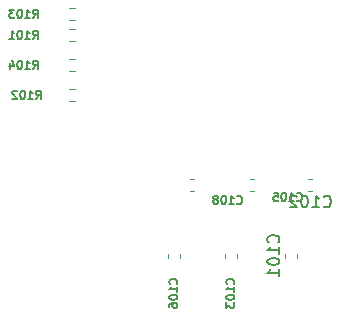
<source format=gbr>
%TF.GenerationSoftware,KiCad,Pcbnew,(5.1.7)-1*%
%TF.CreationDate,2021-06-08T21:15:34+03:00*%
%TF.ProjectId,RaspiAdapter,52617370-6941-4646-9170-7465722e6b69,rev?*%
%TF.SameCoordinates,Original*%
%TF.FileFunction,Legend,Bot*%
%TF.FilePolarity,Positive*%
%FSLAX46Y46*%
G04 Gerber Fmt 4.6, Leading zero omitted, Abs format (unit mm)*
G04 Created by KiCad (PCBNEW (5.1.7)-1) date 2021-06-08 21:15:34*
%MOMM*%
%LPD*%
G01*
G04 APERTURE LIST*
%ADD10C,0.120000*%
%ADD11C,0.150000*%
G04 APERTURE END LIST*
D10*
%TO.C,C102*%
X171673733Y-106428000D02*
X172016267Y-106428000D01*
X171673733Y-105408000D02*
X172016267Y-105408000D01*
%TO.C,C101*%
X169670000Y-111701733D02*
X169670000Y-112044267D01*
X170690000Y-111701733D02*
X170690000Y-112044267D01*
%TO.C,R104*%
X151383276Y-95235500D02*
X151892724Y-95235500D01*
X151383276Y-96280500D02*
X151892724Y-96280500D01*
%TO.C,R103*%
X151383276Y-90917500D02*
X151892724Y-90917500D01*
X151383276Y-91962500D02*
X151892724Y-91962500D01*
%TO.C,R102*%
X151892724Y-98820500D02*
X151383276Y-98820500D01*
X151892724Y-97775500D02*
X151383276Y-97775500D01*
%TO.C,R101*%
X151383276Y-92695500D02*
X151892724Y-92695500D01*
X151383276Y-93740500D02*
X151892724Y-93740500D01*
%TO.C,C108*%
X161626733Y-105408000D02*
X161969267Y-105408000D01*
X161626733Y-106428000D02*
X161969267Y-106428000D01*
%TO.C,C106*%
X160784000Y-111701733D02*
X160784000Y-112044267D01*
X159764000Y-111701733D02*
X159764000Y-112044267D01*
%TO.C,C105*%
X166706733Y-105408000D02*
X167049267Y-105408000D01*
X166706733Y-106428000D02*
X167049267Y-106428000D01*
%TO.C,C103*%
X165610000Y-111701733D02*
X165610000Y-112044267D01*
X164590000Y-111701733D02*
X164590000Y-112044267D01*
%TO.C,C102*%
D11*
X172964047Y-107705142D02*
X173011666Y-107752761D01*
X173154523Y-107800380D01*
X173249761Y-107800380D01*
X173392619Y-107752761D01*
X173487857Y-107657523D01*
X173535476Y-107562285D01*
X173583095Y-107371809D01*
X173583095Y-107228952D01*
X173535476Y-107038476D01*
X173487857Y-106943238D01*
X173392619Y-106848000D01*
X173249761Y-106800380D01*
X173154523Y-106800380D01*
X173011666Y-106848000D01*
X172964047Y-106895619D01*
X172011666Y-107800380D02*
X172583095Y-107800380D01*
X172297380Y-107800380D02*
X172297380Y-106800380D01*
X172392619Y-106943238D01*
X172487857Y-107038476D01*
X172583095Y-107086095D01*
X171392619Y-106800380D02*
X171297380Y-106800380D01*
X171202142Y-106848000D01*
X171154523Y-106895619D01*
X171106904Y-106990857D01*
X171059285Y-107181333D01*
X171059285Y-107419428D01*
X171106904Y-107609904D01*
X171154523Y-107705142D01*
X171202142Y-107752761D01*
X171297380Y-107800380D01*
X171392619Y-107800380D01*
X171487857Y-107752761D01*
X171535476Y-107705142D01*
X171583095Y-107609904D01*
X171630714Y-107419428D01*
X171630714Y-107181333D01*
X171583095Y-106990857D01*
X171535476Y-106895619D01*
X171487857Y-106848000D01*
X171392619Y-106800380D01*
X170678333Y-106895619D02*
X170630714Y-106848000D01*
X170535476Y-106800380D01*
X170297380Y-106800380D01*
X170202142Y-106848000D01*
X170154523Y-106895619D01*
X170106904Y-106990857D01*
X170106904Y-107086095D01*
X170154523Y-107228952D01*
X170725952Y-107800380D01*
X170106904Y-107800380D01*
%TO.C,C101*%
X169107142Y-110753952D02*
X169154761Y-110706333D01*
X169202380Y-110563476D01*
X169202380Y-110468238D01*
X169154761Y-110325380D01*
X169059523Y-110230142D01*
X168964285Y-110182523D01*
X168773809Y-110134904D01*
X168630952Y-110134904D01*
X168440476Y-110182523D01*
X168345238Y-110230142D01*
X168250000Y-110325380D01*
X168202380Y-110468238D01*
X168202380Y-110563476D01*
X168250000Y-110706333D01*
X168297619Y-110753952D01*
X169202380Y-111706333D02*
X169202380Y-111134904D01*
X169202380Y-111420619D02*
X168202380Y-111420619D01*
X168345238Y-111325380D01*
X168440476Y-111230142D01*
X168488095Y-111134904D01*
X168202380Y-112325380D02*
X168202380Y-112420619D01*
X168250000Y-112515857D01*
X168297619Y-112563476D01*
X168392857Y-112611095D01*
X168583333Y-112658714D01*
X168821428Y-112658714D01*
X169011904Y-112611095D01*
X169107142Y-112563476D01*
X169154761Y-112515857D01*
X169202380Y-112420619D01*
X169202380Y-112325380D01*
X169154761Y-112230142D01*
X169107142Y-112182523D01*
X169011904Y-112134904D01*
X168821428Y-112087285D01*
X168583333Y-112087285D01*
X168392857Y-112134904D01*
X168297619Y-112182523D01*
X168250000Y-112230142D01*
X168202380Y-112325380D01*
X169202380Y-113611095D02*
X169202380Y-113039666D01*
X169202380Y-113325380D02*
X168202380Y-113325380D01*
X168345238Y-113230142D01*
X168440476Y-113134904D01*
X168488095Y-113039666D01*
%TO.C,R104*%
X148357333Y-96074666D02*
X148590666Y-95741333D01*
X148757333Y-96074666D02*
X148757333Y-95374666D01*
X148490666Y-95374666D01*
X148424000Y-95408000D01*
X148390666Y-95441333D01*
X148357333Y-95508000D01*
X148357333Y-95608000D01*
X148390666Y-95674666D01*
X148424000Y-95708000D01*
X148490666Y-95741333D01*
X148757333Y-95741333D01*
X147690666Y-96074666D02*
X148090666Y-96074666D01*
X147890666Y-96074666D02*
X147890666Y-95374666D01*
X147957333Y-95474666D01*
X148024000Y-95541333D01*
X148090666Y-95574666D01*
X147257333Y-95374666D02*
X147190666Y-95374666D01*
X147124000Y-95408000D01*
X147090666Y-95441333D01*
X147057333Y-95508000D01*
X147024000Y-95641333D01*
X147024000Y-95808000D01*
X147057333Y-95941333D01*
X147090666Y-96008000D01*
X147124000Y-96041333D01*
X147190666Y-96074666D01*
X147257333Y-96074666D01*
X147324000Y-96041333D01*
X147357333Y-96008000D01*
X147390666Y-95941333D01*
X147424000Y-95808000D01*
X147424000Y-95641333D01*
X147390666Y-95508000D01*
X147357333Y-95441333D01*
X147324000Y-95408000D01*
X147257333Y-95374666D01*
X146424000Y-95608000D02*
X146424000Y-96074666D01*
X146590666Y-95341333D02*
X146757333Y-95841333D01*
X146324000Y-95841333D01*
%TO.C,R103*%
X148357333Y-91756666D02*
X148590666Y-91423333D01*
X148757333Y-91756666D02*
X148757333Y-91056666D01*
X148490666Y-91056666D01*
X148424000Y-91090000D01*
X148390666Y-91123333D01*
X148357333Y-91190000D01*
X148357333Y-91290000D01*
X148390666Y-91356666D01*
X148424000Y-91390000D01*
X148490666Y-91423333D01*
X148757333Y-91423333D01*
X147690666Y-91756666D02*
X148090666Y-91756666D01*
X147890666Y-91756666D02*
X147890666Y-91056666D01*
X147957333Y-91156666D01*
X148024000Y-91223333D01*
X148090666Y-91256666D01*
X147257333Y-91056666D02*
X147190666Y-91056666D01*
X147124000Y-91090000D01*
X147090666Y-91123333D01*
X147057333Y-91190000D01*
X147024000Y-91323333D01*
X147024000Y-91490000D01*
X147057333Y-91623333D01*
X147090666Y-91690000D01*
X147124000Y-91723333D01*
X147190666Y-91756666D01*
X147257333Y-91756666D01*
X147324000Y-91723333D01*
X147357333Y-91690000D01*
X147390666Y-91623333D01*
X147424000Y-91490000D01*
X147424000Y-91323333D01*
X147390666Y-91190000D01*
X147357333Y-91123333D01*
X147324000Y-91090000D01*
X147257333Y-91056666D01*
X146790666Y-91056666D02*
X146357333Y-91056666D01*
X146590666Y-91323333D01*
X146490666Y-91323333D01*
X146424000Y-91356666D01*
X146390666Y-91390000D01*
X146357333Y-91456666D01*
X146357333Y-91623333D01*
X146390666Y-91690000D01*
X146424000Y-91723333D01*
X146490666Y-91756666D01*
X146690666Y-91756666D01*
X146757333Y-91723333D01*
X146790666Y-91690000D01*
%TO.C,R102*%
X148611333Y-98614666D02*
X148844666Y-98281333D01*
X149011333Y-98614666D02*
X149011333Y-97914666D01*
X148744666Y-97914666D01*
X148678000Y-97948000D01*
X148644666Y-97981333D01*
X148611333Y-98048000D01*
X148611333Y-98148000D01*
X148644666Y-98214666D01*
X148678000Y-98248000D01*
X148744666Y-98281333D01*
X149011333Y-98281333D01*
X147944666Y-98614666D02*
X148344666Y-98614666D01*
X148144666Y-98614666D02*
X148144666Y-97914666D01*
X148211333Y-98014666D01*
X148278000Y-98081333D01*
X148344666Y-98114666D01*
X147511333Y-97914666D02*
X147444666Y-97914666D01*
X147378000Y-97948000D01*
X147344666Y-97981333D01*
X147311333Y-98048000D01*
X147278000Y-98181333D01*
X147278000Y-98348000D01*
X147311333Y-98481333D01*
X147344666Y-98548000D01*
X147378000Y-98581333D01*
X147444666Y-98614666D01*
X147511333Y-98614666D01*
X147578000Y-98581333D01*
X147611333Y-98548000D01*
X147644666Y-98481333D01*
X147678000Y-98348000D01*
X147678000Y-98181333D01*
X147644666Y-98048000D01*
X147611333Y-97981333D01*
X147578000Y-97948000D01*
X147511333Y-97914666D01*
X147011333Y-97981333D02*
X146978000Y-97948000D01*
X146911333Y-97914666D01*
X146744666Y-97914666D01*
X146678000Y-97948000D01*
X146644666Y-97981333D01*
X146611333Y-98048000D01*
X146611333Y-98114666D01*
X146644666Y-98214666D01*
X147044666Y-98614666D01*
X146611333Y-98614666D01*
%TO.C,R101*%
X148357333Y-93534666D02*
X148590666Y-93201333D01*
X148757333Y-93534666D02*
X148757333Y-92834666D01*
X148490666Y-92834666D01*
X148424000Y-92868000D01*
X148390666Y-92901333D01*
X148357333Y-92968000D01*
X148357333Y-93068000D01*
X148390666Y-93134666D01*
X148424000Y-93168000D01*
X148490666Y-93201333D01*
X148757333Y-93201333D01*
X147690666Y-93534666D02*
X148090666Y-93534666D01*
X147890666Y-93534666D02*
X147890666Y-92834666D01*
X147957333Y-92934666D01*
X148024000Y-93001333D01*
X148090666Y-93034666D01*
X147257333Y-92834666D02*
X147190666Y-92834666D01*
X147124000Y-92868000D01*
X147090666Y-92901333D01*
X147057333Y-92968000D01*
X147024000Y-93101333D01*
X147024000Y-93268000D01*
X147057333Y-93401333D01*
X147090666Y-93468000D01*
X147124000Y-93501333D01*
X147190666Y-93534666D01*
X147257333Y-93534666D01*
X147324000Y-93501333D01*
X147357333Y-93468000D01*
X147390666Y-93401333D01*
X147424000Y-93268000D01*
X147424000Y-93101333D01*
X147390666Y-92968000D01*
X147357333Y-92901333D01*
X147324000Y-92868000D01*
X147257333Y-92834666D01*
X146357333Y-93534666D02*
X146757333Y-93534666D01*
X146557333Y-93534666D02*
X146557333Y-92834666D01*
X146624000Y-92934666D01*
X146690666Y-93001333D01*
X146757333Y-93034666D01*
%TO.C,C108*%
X165629333Y-107438000D02*
X165662666Y-107471333D01*
X165762666Y-107504666D01*
X165829333Y-107504666D01*
X165929333Y-107471333D01*
X165996000Y-107404666D01*
X166029333Y-107338000D01*
X166062666Y-107204666D01*
X166062666Y-107104666D01*
X166029333Y-106971333D01*
X165996000Y-106904666D01*
X165929333Y-106838000D01*
X165829333Y-106804666D01*
X165762666Y-106804666D01*
X165662666Y-106838000D01*
X165629333Y-106871333D01*
X164962666Y-107504666D02*
X165362666Y-107504666D01*
X165162666Y-107504666D02*
X165162666Y-106804666D01*
X165229333Y-106904666D01*
X165296000Y-106971333D01*
X165362666Y-107004666D01*
X164529333Y-106804666D02*
X164462666Y-106804666D01*
X164396000Y-106838000D01*
X164362666Y-106871333D01*
X164329333Y-106938000D01*
X164296000Y-107071333D01*
X164296000Y-107238000D01*
X164329333Y-107371333D01*
X164362666Y-107438000D01*
X164396000Y-107471333D01*
X164462666Y-107504666D01*
X164529333Y-107504666D01*
X164596000Y-107471333D01*
X164629333Y-107438000D01*
X164662666Y-107371333D01*
X164696000Y-107238000D01*
X164696000Y-107071333D01*
X164662666Y-106938000D01*
X164629333Y-106871333D01*
X164596000Y-106838000D01*
X164529333Y-106804666D01*
X163896000Y-107104666D02*
X163962666Y-107071333D01*
X163996000Y-107038000D01*
X164029333Y-106971333D01*
X164029333Y-106938000D01*
X163996000Y-106871333D01*
X163962666Y-106838000D01*
X163896000Y-106804666D01*
X163762666Y-106804666D01*
X163696000Y-106838000D01*
X163662666Y-106871333D01*
X163629333Y-106938000D01*
X163629333Y-106971333D01*
X163662666Y-107038000D01*
X163696000Y-107071333D01*
X163762666Y-107104666D01*
X163896000Y-107104666D01*
X163962666Y-107138000D01*
X163996000Y-107171333D01*
X164029333Y-107238000D01*
X164029333Y-107371333D01*
X163996000Y-107438000D01*
X163962666Y-107471333D01*
X163896000Y-107504666D01*
X163762666Y-107504666D01*
X163696000Y-107471333D01*
X163662666Y-107438000D01*
X163629333Y-107371333D01*
X163629333Y-107238000D01*
X163662666Y-107171333D01*
X163696000Y-107138000D01*
X163762666Y-107104666D01*
%TO.C,C106*%
X160524000Y-114278666D02*
X160557333Y-114245333D01*
X160590666Y-114145333D01*
X160590666Y-114078666D01*
X160557333Y-113978666D01*
X160490666Y-113912000D01*
X160424000Y-113878666D01*
X160290666Y-113845333D01*
X160190666Y-113845333D01*
X160057333Y-113878666D01*
X159990666Y-113912000D01*
X159924000Y-113978666D01*
X159890666Y-114078666D01*
X159890666Y-114145333D01*
X159924000Y-114245333D01*
X159957333Y-114278666D01*
X160590666Y-114945333D02*
X160590666Y-114545333D01*
X160590666Y-114745333D02*
X159890666Y-114745333D01*
X159990666Y-114678666D01*
X160057333Y-114612000D01*
X160090666Y-114545333D01*
X159890666Y-115378666D02*
X159890666Y-115445333D01*
X159924000Y-115512000D01*
X159957333Y-115545333D01*
X160024000Y-115578666D01*
X160157333Y-115612000D01*
X160324000Y-115612000D01*
X160457333Y-115578666D01*
X160524000Y-115545333D01*
X160557333Y-115512000D01*
X160590666Y-115445333D01*
X160590666Y-115378666D01*
X160557333Y-115312000D01*
X160524000Y-115278666D01*
X160457333Y-115245333D01*
X160324000Y-115212000D01*
X160157333Y-115212000D01*
X160024000Y-115245333D01*
X159957333Y-115278666D01*
X159924000Y-115312000D01*
X159890666Y-115378666D01*
X159890666Y-116212000D02*
X159890666Y-116078666D01*
X159924000Y-116012000D01*
X159957333Y-115978666D01*
X160057333Y-115912000D01*
X160190666Y-115878666D01*
X160457333Y-115878666D01*
X160524000Y-115912000D01*
X160557333Y-115945333D01*
X160590666Y-116012000D01*
X160590666Y-116145333D01*
X160557333Y-116212000D01*
X160524000Y-116245333D01*
X160457333Y-116278666D01*
X160290666Y-116278666D01*
X160224000Y-116245333D01*
X160190666Y-116212000D01*
X160157333Y-116145333D01*
X160157333Y-116012000D01*
X160190666Y-115945333D01*
X160224000Y-115912000D01*
X160290666Y-115878666D01*
%TO.C,C105*%
X170709333Y-107184000D02*
X170742666Y-107217333D01*
X170842666Y-107250666D01*
X170909333Y-107250666D01*
X171009333Y-107217333D01*
X171076000Y-107150666D01*
X171109333Y-107084000D01*
X171142666Y-106950666D01*
X171142666Y-106850666D01*
X171109333Y-106717333D01*
X171076000Y-106650666D01*
X171009333Y-106584000D01*
X170909333Y-106550666D01*
X170842666Y-106550666D01*
X170742666Y-106584000D01*
X170709333Y-106617333D01*
X170042666Y-107250666D02*
X170442666Y-107250666D01*
X170242666Y-107250666D02*
X170242666Y-106550666D01*
X170309333Y-106650666D01*
X170376000Y-106717333D01*
X170442666Y-106750666D01*
X169609333Y-106550666D02*
X169542666Y-106550666D01*
X169476000Y-106584000D01*
X169442666Y-106617333D01*
X169409333Y-106684000D01*
X169376000Y-106817333D01*
X169376000Y-106984000D01*
X169409333Y-107117333D01*
X169442666Y-107184000D01*
X169476000Y-107217333D01*
X169542666Y-107250666D01*
X169609333Y-107250666D01*
X169676000Y-107217333D01*
X169709333Y-107184000D01*
X169742666Y-107117333D01*
X169776000Y-106984000D01*
X169776000Y-106817333D01*
X169742666Y-106684000D01*
X169709333Y-106617333D01*
X169676000Y-106584000D01*
X169609333Y-106550666D01*
X168742666Y-106550666D02*
X169076000Y-106550666D01*
X169109333Y-106884000D01*
X169076000Y-106850666D01*
X169009333Y-106817333D01*
X168842666Y-106817333D01*
X168776000Y-106850666D01*
X168742666Y-106884000D01*
X168709333Y-106950666D01*
X168709333Y-107117333D01*
X168742666Y-107184000D01*
X168776000Y-107217333D01*
X168842666Y-107250666D01*
X169009333Y-107250666D01*
X169076000Y-107217333D01*
X169109333Y-107184000D01*
%TO.C,C103*%
X165350000Y-114278666D02*
X165383333Y-114245333D01*
X165416666Y-114145333D01*
X165416666Y-114078666D01*
X165383333Y-113978666D01*
X165316666Y-113912000D01*
X165250000Y-113878666D01*
X165116666Y-113845333D01*
X165016666Y-113845333D01*
X164883333Y-113878666D01*
X164816666Y-113912000D01*
X164750000Y-113978666D01*
X164716666Y-114078666D01*
X164716666Y-114145333D01*
X164750000Y-114245333D01*
X164783333Y-114278666D01*
X165416666Y-114945333D02*
X165416666Y-114545333D01*
X165416666Y-114745333D02*
X164716666Y-114745333D01*
X164816666Y-114678666D01*
X164883333Y-114612000D01*
X164916666Y-114545333D01*
X164716666Y-115378666D02*
X164716666Y-115445333D01*
X164750000Y-115512000D01*
X164783333Y-115545333D01*
X164850000Y-115578666D01*
X164983333Y-115612000D01*
X165150000Y-115612000D01*
X165283333Y-115578666D01*
X165350000Y-115545333D01*
X165383333Y-115512000D01*
X165416666Y-115445333D01*
X165416666Y-115378666D01*
X165383333Y-115312000D01*
X165350000Y-115278666D01*
X165283333Y-115245333D01*
X165150000Y-115212000D01*
X164983333Y-115212000D01*
X164850000Y-115245333D01*
X164783333Y-115278666D01*
X164750000Y-115312000D01*
X164716666Y-115378666D01*
X164716666Y-115845333D02*
X164716666Y-116278666D01*
X164983333Y-116045333D01*
X164983333Y-116145333D01*
X165016666Y-116212000D01*
X165050000Y-116245333D01*
X165116666Y-116278666D01*
X165283333Y-116278666D01*
X165350000Y-116245333D01*
X165383333Y-116212000D01*
X165416666Y-116145333D01*
X165416666Y-115945333D01*
X165383333Y-115878666D01*
X165350000Y-115845333D01*
%TD*%
M02*

</source>
